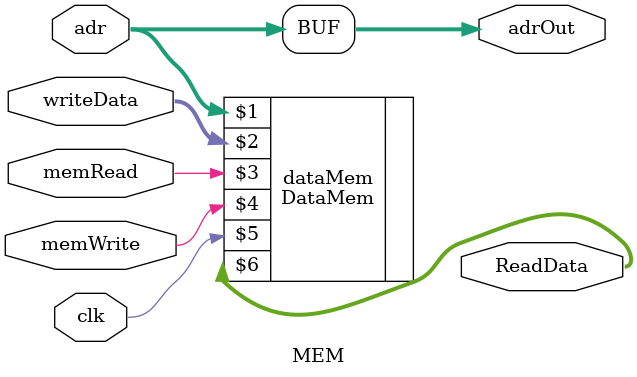
<source format=v>
module MEM(clk, memRead, memWrite,adr, writeData,adrOut, ReadData);
    input [31:0] adr, writeData;
    input memRead, memWrite, clk;
    output wire [31:0] ReadData;
    output wire [31:0] adrOut;
    assign adrOut = adr;
    DataMem dataMem(adr, writeData, memRead, memWrite, clk, ReadData);
endmodule
</source>
